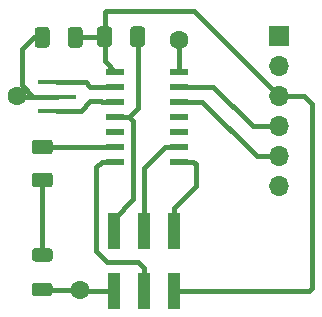
<source format=gbr>
G04 #@! TF.GenerationSoftware,KiCad,Pcbnew,(5.1.9-0-10_14)*
G04 #@! TF.CreationDate,2021-11-30T17:14:19-08:00*
G04 #@! TF.ProjectId,t44-serial,7434342d-7365-4726-9961-6c2e6b696361,rev?*
G04 #@! TF.SameCoordinates,Original*
G04 #@! TF.FileFunction,Copper,L1,Top*
G04 #@! TF.FilePolarity,Positive*
%FSLAX46Y46*%
G04 Gerber Fmt 4.6, Leading zero omitted, Abs format (unit mm)*
G04 Created by KiCad (PCBNEW (5.1.9-0-10_14)) date 2021-11-30 17:14:19*
%MOMM*%
%LPD*%
G01*
G04 APERTURE LIST*
G04 #@! TA.AperFunction,ComponentPad*
%ADD10R,1.700000X1.700000*%
G04 #@! TD*
G04 #@! TA.AperFunction,ComponentPad*
%ADD11O,1.700000X1.700000*%
G04 #@! TD*
G04 #@! TA.AperFunction,SMDPad,CuDef*
%ADD12R,1.000000X3.150000*%
G04 #@! TD*
G04 #@! TA.AperFunction,SMDPad,CuDef*
%ADD13R,1.500000X0.600000*%
G04 #@! TD*
G04 #@! TA.AperFunction,SMDPad,CuDef*
%ADD14R,3.200000X0.400000*%
G04 #@! TD*
G04 #@! TA.AperFunction,ViaPad*
%ADD15C,1.600000*%
G04 #@! TD*
G04 #@! TA.AperFunction,Conductor*
%ADD16C,0.400000*%
G04 #@! TD*
G04 APERTURE END LIST*
G04 #@! TA.AperFunction,SMDPad,CuDef*
G36*
G01*
X141916807Y-114690018D02*
X141916807Y-115940018D01*
G75*
G02*
X141666807Y-116190018I-250000J0D01*
G01*
X140916807Y-116190018D01*
G75*
G02*
X140666807Y-115940018I0J250000D01*
G01*
X140666807Y-114690018D01*
G75*
G02*
X140916807Y-114440018I250000J0D01*
G01*
X141666807Y-114440018D01*
G75*
G02*
X141916807Y-114690018I0J-250000D01*
G01*
G37*
G04 #@! TD.AperFunction*
G04 #@! TA.AperFunction,SMDPad,CuDef*
G36*
G01*
X139116807Y-114690018D02*
X139116807Y-115940018D01*
G75*
G02*
X138866807Y-116190018I-250000J0D01*
G01*
X138116807Y-116190018D01*
G75*
G02*
X137866807Y-115940018I0J250000D01*
G01*
X137866807Y-114690018D01*
G75*
G02*
X138116807Y-114440018I250000J0D01*
G01*
X138866807Y-114440018D01*
G75*
G02*
X139116807Y-114690018I0J-250000D01*
G01*
G37*
G04 #@! TD.AperFunction*
D10*
X158508700Y-115189000D03*
D11*
X158508700Y-117729000D03*
X158508700Y-120269000D03*
X158508700Y-122809000D03*
X158508700Y-125349000D03*
X158508700Y-127889000D03*
D12*
X149618700Y-131726700D03*
X149618700Y-136776700D03*
X147078700Y-131726700D03*
X147078700Y-136776700D03*
X144538700Y-131726700D03*
X144538700Y-136776700D03*
G04 #@! TA.AperFunction,SMDPad,CuDef*
G36*
G01*
X143145700Y-115890200D02*
X143145700Y-114640200D01*
G75*
G02*
X143395700Y-114390200I250000J0D01*
G01*
X144145700Y-114390200D01*
G75*
G02*
X144395700Y-114640200I0J-250000D01*
G01*
X144395700Y-115890200D01*
G75*
G02*
X144145700Y-116140200I-250000J0D01*
G01*
X143395700Y-116140200D01*
G75*
G02*
X143145700Y-115890200I0J250000D01*
G01*
G37*
G04 #@! TD.AperFunction*
G04 #@! TA.AperFunction,SMDPad,CuDef*
G36*
G01*
X145945700Y-115890200D02*
X145945700Y-114640200D01*
G75*
G02*
X146195700Y-114390200I250000J0D01*
G01*
X146945700Y-114390200D01*
G75*
G02*
X147195700Y-114640200I0J-250000D01*
G01*
X147195700Y-115890200D01*
G75*
G02*
X146945700Y-116140200I-250000J0D01*
G01*
X146195700Y-116140200D01*
G75*
G02*
X145945700Y-115890200I0J250000D01*
G01*
G37*
G04 #@! TD.AperFunction*
D13*
X144679501Y-118212701D03*
X144679501Y-119482701D03*
X144679501Y-120752701D03*
X144679501Y-122022701D03*
X144679501Y-123292701D03*
X144679501Y-124562701D03*
X144679501Y-125832701D03*
X150079501Y-125832701D03*
X150079501Y-124562701D03*
X150079501Y-123292701D03*
X150079501Y-122022701D03*
X150079501Y-120752701D03*
X150079501Y-119482701D03*
X150079501Y-118212701D03*
D14*
X139725400Y-121532500D03*
X139725400Y-120332500D03*
X139725400Y-119132500D03*
G04 #@! TA.AperFunction,SMDPad,CuDef*
G36*
G01*
X139125000Y-128025000D02*
X137875000Y-128025000D01*
G75*
G02*
X137625000Y-127775000I0J250000D01*
G01*
X137625000Y-127025000D01*
G75*
G02*
X137875000Y-126775000I250000J0D01*
G01*
X139125000Y-126775000D01*
G75*
G02*
X139375000Y-127025000I0J-250000D01*
G01*
X139375000Y-127775000D01*
G75*
G02*
X139125000Y-128025000I-250000J0D01*
G01*
G37*
G04 #@! TD.AperFunction*
G04 #@! TA.AperFunction,SMDPad,CuDef*
G36*
G01*
X139125000Y-125225000D02*
X137875000Y-125225000D01*
G75*
G02*
X137625000Y-124975000I0J250000D01*
G01*
X137625000Y-124225000D01*
G75*
G02*
X137875000Y-123975000I250000J0D01*
G01*
X139125000Y-123975000D01*
G75*
G02*
X139375000Y-124225000I0J-250000D01*
G01*
X139375000Y-124975000D01*
G75*
G02*
X139125000Y-125225000I-250000J0D01*
G01*
G37*
G04 #@! TD.AperFunction*
G04 #@! TA.AperFunction,SMDPad,CuDef*
G36*
G01*
X139125002Y-137225000D02*
X137874998Y-137225000D01*
G75*
G02*
X137625000Y-136975002I0J249998D01*
G01*
X137625000Y-136349998D01*
G75*
G02*
X137874998Y-136100000I249998J0D01*
G01*
X139125002Y-136100000D01*
G75*
G02*
X139375000Y-136349998I0J-249998D01*
G01*
X139375000Y-136975002D01*
G75*
G02*
X139125002Y-137225000I-249998J0D01*
G01*
G37*
G04 #@! TD.AperFunction*
G04 #@! TA.AperFunction,SMDPad,CuDef*
G36*
G01*
X139125002Y-134300000D02*
X137874998Y-134300000D01*
G75*
G02*
X137625000Y-134050002I0J249998D01*
G01*
X137625000Y-133424998D01*
G75*
G02*
X137874998Y-133175000I249998J0D01*
G01*
X139125002Y-133175000D01*
G75*
G02*
X139375000Y-133424998I0J-249998D01*
G01*
X139375000Y-134050002D01*
G75*
G02*
X139125002Y-134300000I-249998J0D01*
G01*
G37*
G04 #@! TD.AperFunction*
D15*
X150075900Y-115519200D03*
X136372600Y-120256300D03*
X141693900Y-136728200D03*
D16*
X143720882Y-115315018D02*
X143770700Y-115265200D01*
X141291807Y-115315018D02*
X143720882Y-115315018D01*
X143770700Y-117303900D02*
X144679501Y-118212701D01*
X143770700Y-115265200D02*
X143770700Y-117303900D01*
X151307800Y-113068100D02*
X143865600Y-113068100D01*
X158508700Y-120269000D02*
X151307800Y-113068100D01*
X143770700Y-113163000D02*
X143770700Y-115265200D01*
X143865600Y-113068100D02*
X143770700Y-113163000D01*
X149618700Y-136776700D02*
X161076400Y-136776700D01*
X161076400Y-136776700D02*
X161340800Y-136512300D01*
X161340800Y-123101100D02*
X161366200Y-123075700D01*
X161340800Y-136512300D02*
X161340800Y-123101100D01*
X161366200Y-123075700D02*
X161366200Y-120992900D01*
X160642300Y-120269000D02*
X158508700Y-120269000D01*
X161366200Y-120992900D02*
X160642300Y-120269000D01*
X150079501Y-118212701D02*
X150079501Y-115522801D01*
X150079501Y-115522801D02*
X150075900Y-115519200D01*
X137725400Y-120332500D02*
X139725400Y-120332500D01*
X136779000Y-116302825D02*
X136779000Y-119386100D01*
X136779000Y-119386100D02*
X137725400Y-120332500D01*
X137766807Y-115315018D02*
X136779000Y-116302825D01*
X138491807Y-115315018D02*
X137766807Y-115315018D01*
X139725400Y-120332500D02*
X136448800Y-120332500D01*
X136448800Y-120332500D02*
X136372600Y-120256300D01*
X144538700Y-136776700D02*
X141742400Y-136776700D01*
X141742400Y-136776700D02*
X141693900Y-136728200D01*
X141628200Y-136662500D02*
X141693900Y-136728200D01*
X138500000Y-136662500D02*
X141628200Y-136662500D01*
X158508700Y-122809000D02*
X156324300Y-122809000D01*
X152998001Y-119482701D02*
X150079501Y-119482701D01*
X156324300Y-122809000D02*
X152998001Y-119482701D01*
X151229501Y-120752701D02*
X151230602Y-120751600D01*
X150079501Y-120752701D02*
X151229501Y-120752701D01*
X151230602Y-120751600D02*
X152057100Y-120751600D01*
X156654500Y-125349000D02*
X158508700Y-125349000D01*
X152057100Y-120751600D02*
X156654500Y-125349000D01*
X149618700Y-129751700D02*
X151485600Y-127884800D01*
X149618700Y-131726700D02*
X149618700Y-129751700D01*
X151485600Y-127884800D02*
X151485600Y-126034800D01*
X151283501Y-125832701D02*
X150079501Y-125832701D01*
X151485600Y-126034800D02*
X151283501Y-125832701D01*
X147078700Y-129751700D02*
X147078700Y-131726700D01*
X147078700Y-126413502D02*
X147078700Y-129751700D01*
X148929501Y-124562701D02*
X147078700Y-126413502D01*
X150079501Y-124562701D02*
X148929501Y-124562701D01*
X143529501Y-125832701D02*
X144679501Y-125832701D01*
X143052800Y-133395802D02*
X143052800Y-126309402D01*
X147078700Y-134801700D02*
X146643000Y-134366000D01*
X143052800Y-126309402D02*
X143529501Y-125832701D01*
X146643000Y-134366000D02*
X144022998Y-134366000D01*
X147078700Y-136776700D02*
X147078700Y-134801700D01*
X144022998Y-134366000D02*
X143052800Y-133395802D01*
X146570700Y-116240200D02*
X146570700Y-115265200D01*
X146570700Y-121281502D02*
X146570700Y-116240200D01*
X145829501Y-122022701D02*
X146570700Y-121281502D01*
X144679501Y-122022701D02*
X145829501Y-122022701D01*
X145829501Y-122022701D02*
X146215100Y-122408300D01*
X144538700Y-130651700D02*
X144538700Y-131726700D01*
X146215100Y-128975300D02*
X144538700Y-130651700D01*
X146215100Y-122408300D02*
X146215100Y-128975300D01*
X144679501Y-119482701D02*
X142533201Y-119482701D01*
X142183000Y-119132500D02*
X139725400Y-119132500D01*
X142533201Y-119482701D02*
X142183000Y-119132500D01*
X143529501Y-120752701D02*
X143515700Y-120738900D01*
X144679501Y-120752701D02*
X143529501Y-120752701D01*
X143515700Y-120738900D02*
X142570200Y-120738900D01*
X141776600Y-121532500D02*
X139725400Y-121532500D01*
X142570200Y-120738900D02*
X141776600Y-121532500D01*
X138500000Y-127400000D02*
X138500000Y-133737500D01*
X138537299Y-124562701D02*
X138500000Y-124600000D01*
X144679501Y-124562701D02*
X138537299Y-124562701D01*
M02*

</source>
